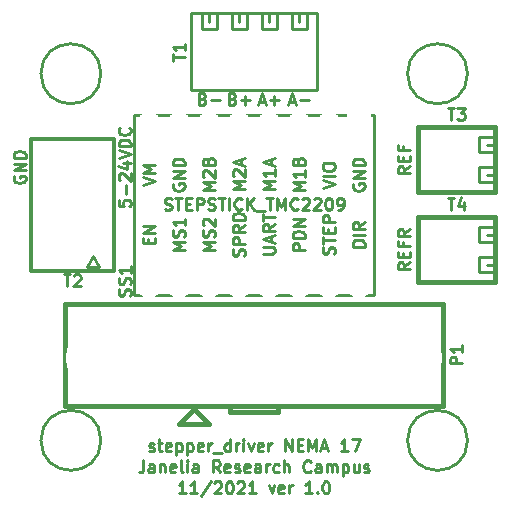
<source format=gto>
%TF.GenerationSoftware,KiCad,Pcbnew,5.1.10*%
%TF.CreationDate,2021-11-03T15:01:02-04:00*%
%TF.ProjectId,stepper_driver,73746570-7065-4725-9f64-72697665722e,1.0*%
%TF.SameCoordinates,Original*%
%TF.FileFunction,Legend,Top*%
%TF.FilePolarity,Positive*%
%FSLAX46Y46*%
G04 Gerber Fmt 4.6, Leading zero omitted, Abs format (unit mm)*
G04 Created by KiCad (PCBNEW 5.1.10) date 2021-11-03 15:01:02*
%MOMM*%
%LPD*%
G01*
G04 APERTURE LIST*
%ADD10C,0.254000*%
%ADD11C,0.279400*%
%ADD12C,0.250000*%
%ADD13C,0.381000*%
%ADD14C,0.228600*%
%ADD15C,0.300000*%
%ADD16O,2.000000X2.540000*%
%ADD17R,2.000000X2.540000*%
%ADD18O,2.540000X1.905000*%
%ADD19R,2.540000X1.905000*%
%ADD20C,3.810000*%
%ADD21O,1.524000X2.032000*%
%ADD22R,1.524000X2.032000*%
%ADD23C,1.000000*%
%ADD24C,3.556000*%
%ADD25O,2.032000X3.048000*%
%ADD26R,2.032000X3.048000*%
%ADD27O,2.500000X3.500000*%
%ADD28R,2.500000X3.500000*%
G04 APERTURE END LIST*
D10*
X130797904Y-105313238D02*
X130894666Y-105361619D01*
X131088190Y-105361619D01*
X131184952Y-105313238D01*
X131233333Y-105216476D01*
X131233333Y-105168095D01*
X131184952Y-105071333D01*
X131088190Y-105022952D01*
X130943047Y-105022952D01*
X130846285Y-104974571D01*
X130797904Y-104877809D01*
X130797904Y-104829428D01*
X130846285Y-104732666D01*
X130943047Y-104684285D01*
X131088190Y-104684285D01*
X131184952Y-104732666D01*
X131523619Y-104684285D02*
X131910666Y-104684285D01*
X131668761Y-104345619D02*
X131668761Y-105216476D01*
X131717142Y-105313238D01*
X131813904Y-105361619D01*
X131910666Y-105361619D01*
X132636380Y-105313238D02*
X132539619Y-105361619D01*
X132346095Y-105361619D01*
X132249333Y-105313238D01*
X132200952Y-105216476D01*
X132200952Y-104829428D01*
X132249333Y-104732666D01*
X132346095Y-104684285D01*
X132539619Y-104684285D01*
X132636380Y-104732666D01*
X132684761Y-104829428D01*
X132684761Y-104926190D01*
X132200952Y-105022952D01*
X133120190Y-104684285D02*
X133120190Y-105700285D01*
X133120190Y-104732666D02*
X133216952Y-104684285D01*
X133410476Y-104684285D01*
X133507238Y-104732666D01*
X133555619Y-104781047D01*
X133604000Y-104877809D01*
X133604000Y-105168095D01*
X133555619Y-105264857D01*
X133507238Y-105313238D01*
X133410476Y-105361619D01*
X133216952Y-105361619D01*
X133120190Y-105313238D01*
X134039428Y-104684285D02*
X134039428Y-105700285D01*
X134039428Y-104732666D02*
X134136190Y-104684285D01*
X134329714Y-104684285D01*
X134426476Y-104732666D01*
X134474857Y-104781047D01*
X134523238Y-104877809D01*
X134523238Y-105168095D01*
X134474857Y-105264857D01*
X134426476Y-105313238D01*
X134329714Y-105361619D01*
X134136190Y-105361619D01*
X134039428Y-105313238D01*
X135345714Y-105313238D02*
X135248952Y-105361619D01*
X135055428Y-105361619D01*
X134958666Y-105313238D01*
X134910285Y-105216476D01*
X134910285Y-104829428D01*
X134958666Y-104732666D01*
X135055428Y-104684285D01*
X135248952Y-104684285D01*
X135345714Y-104732666D01*
X135394095Y-104829428D01*
X135394095Y-104926190D01*
X134910285Y-105022952D01*
X135829523Y-105361619D02*
X135829523Y-104684285D01*
X135829523Y-104877809D02*
X135877904Y-104781047D01*
X135926285Y-104732666D01*
X136023047Y-104684285D01*
X136119809Y-104684285D01*
X136216571Y-105458380D02*
X136990666Y-105458380D01*
X137668000Y-105361619D02*
X137668000Y-104345619D01*
X137668000Y-105313238D02*
X137571238Y-105361619D01*
X137377714Y-105361619D01*
X137280952Y-105313238D01*
X137232571Y-105264857D01*
X137184190Y-105168095D01*
X137184190Y-104877809D01*
X137232571Y-104781047D01*
X137280952Y-104732666D01*
X137377714Y-104684285D01*
X137571238Y-104684285D01*
X137668000Y-104732666D01*
X138151809Y-105361619D02*
X138151809Y-104684285D01*
X138151809Y-104877809D02*
X138200190Y-104781047D01*
X138248571Y-104732666D01*
X138345333Y-104684285D01*
X138442095Y-104684285D01*
X138780761Y-105361619D02*
X138780761Y-104684285D01*
X138780761Y-104345619D02*
X138732380Y-104394000D01*
X138780761Y-104442380D01*
X138829142Y-104394000D01*
X138780761Y-104345619D01*
X138780761Y-104442380D01*
X139167809Y-104684285D02*
X139409714Y-105361619D01*
X139651619Y-104684285D01*
X140425714Y-105313238D02*
X140328952Y-105361619D01*
X140135428Y-105361619D01*
X140038666Y-105313238D01*
X139990285Y-105216476D01*
X139990285Y-104829428D01*
X140038666Y-104732666D01*
X140135428Y-104684285D01*
X140328952Y-104684285D01*
X140425714Y-104732666D01*
X140474095Y-104829428D01*
X140474095Y-104926190D01*
X139990285Y-105022952D01*
X140909523Y-105361619D02*
X140909523Y-104684285D01*
X140909523Y-104877809D02*
X140957904Y-104781047D01*
X141006285Y-104732666D01*
X141103047Y-104684285D01*
X141199809Y-104684285D01*
X142312571Y-105361619D02*
X142312571Y-104345619D01*
X142893142Y-105361619D01*
X142893142Y-104345619D01*
X143376952Y-104829428D02*
X143715619Y-104829428D01*
X143860761Y-105361619D02*
X143376952Y-105361619D01*
X143376952Y-104345619D01*
X143860761Y-104345619D01*
X144296190Y-105361619D02*
X144296190Y-104345619D01*
X144634857Y-105071333D01*
X144973523Y-104345619D01*
X144973523Y-105361619D01*
X145408952Y-105071333D02*
X145892761Y-105071333D01*
X145312190Y-105361619D02*
X145650857Y-104345619D01*
X145989523Y-105361619D01*
X147634476Y-105361619D02*
X147053904Y-105361619D01*
X147344190Y-105361619D02*
X147344190Y-104345619D01*
X147247428Y-104490761D01*
X147150666Y-104587523D01*
X147053904Y-104635904D01*
X147973142Y-104345619D02*
X148650476Y-104345619D01*
X148215047Y-105361619D01*
X130314095Y-106123619D02*
X130314095Y-106849333D01*
X130265714Y-106994476D01*
X130168952Y-107091238D01*
X130023809Y-107139619D01*
X129927047Y-107139619D01*
X131233333Y-107139619D02*
X131233333Y-106607428D01*
X131184952Y-106510666D01*
X131088190Y-106462285D01*
X130894666Y-106462285D01*
X130797904Y-106510666D01*
X131233333Y-107091238D02*
X131136571Y-107139619D01*
X130894666Y-107139619D01*
X130797904Y-107091238D01*
X130749523Y-106994476D01*
X130749523Y-106897714D01*
X130797904Y-106800952D01*
X130894666Y-106752571D01*
X131136571Y-106752571D01*
X131233333Y-106704190D01*
X131717142Y-106462285D02*
X131717142Y-107139619D01*
X131717142Y-106559047D02*
X131765523Y-106510666D01*
X131862285Y-106462285D01*
X132007428Y-106462285D01*
X132104190Y-106510666D01*
X132152571Y-106607428D01*
X132152571Y-107139619D01*
X133023428Y-107091238D02*
X132926666Y-107139619D01*
X132733142Y-107139619D01*
X132636380Y-107091238D01*
X132588000Y-106994476D01*
X132588000Y-106607428D01*
X132636380Y-106510666D01*
X132733142Y-106462285D01*
X132926666Y-106462285D01*
X133023428Y-106510666D01*
X133071809Y-106607428D01*
X133071809Y-106704190D01*
X132588000Y-106800952D01*
X133652380Y-107139619D02*
X133555619Y-107091238D01*
X133507238Y-106994476D01*
X133507238Y-106123619D01*
X134039428Y-107139619D02*
X134039428Y-106462285D01*
X134039428Y-106123619D02*
X133991047Y-106172000D01*
X134039428Y-106220380D01*
X134087809Y-106172000D01*
X134039428Y-106123619D01*
X134039428Y-106220380D01*
X134958666Y-107139619D02*
X134958666Y-106607428D01*
X134910285Y-106510666D01*
X134813523Y-106462285D01*
X134620000Y-106462285D01*
X134523238Y-106510666D01*
X134958666Y-107091238D02*
X134861904Y-107139619D01*
X134620000Y-107139619D01*
X134523238Y-107091238D01*
X134474857Y-106994476D01*
X134474857Y-106897714D01*
X134523238Y-106800952D01*
X134620000Y-106752571D01*
X134861904Y-106752571D01*
X134958666Y-106704190D01*
X136797142Y-107139619D02*
X136458476Y-106655809D01*
X136216571Y-107139619D02*
X136216571Y-106123619D01*
X136603619Y-106123619D01*
X136700380Y-106172000D01*
X136748761Y-106220380D01*
X136797142Y-106317142D01*
X136797142Y-106462285D01*
X136748761Y-106559047D01*
X136700380Y-106607428D01*
X136603619Y-106655809D01*
X136216571Y-106655809D01*
X137619619Y-107091238D02*
X137522857Y-107139619D01*
X137329333Y-107139619D01*
X137232571Y-107091238D01*
X137184190Y-106994476D01*
X137184190Y-106607428D01*
X137232571Y-106510666D01*
X137329333Y-106462285D01*
X137522857Y-106462285D01*
X137619619Y-106510666D01*
X137668000Y-106607428D01*
X137668000Y-106704190D01*
X137184190Y-106800952D01*
X138055047Y-107091238D02*
X138151809Y-107139619D01*
X138345333Y-107139619D01*
X138442095Y-107091238D01*
X138490476Y-106994476D01*
X138490476Y-106946095D01*
X138442095Y-106849333D01*
X138345333Y-106800952D01*
X138200190Y-106800952D01*
X138103428Y-106752571D01*
X138055047Y-106655809D01*
X138055047Y-106607428D01*
X138103428Y-106510666D01*
X138200190Y-106462285D01*
X138345333Y-106462285D01*
X138442095Y-106510666D01*
X139312952Y-107091238D02*
X139216190Y-107139619D01*
X139022666Y-107139619D01*
X138925904Y-107091238D01*
X138877523Y-106994476D01*
X138877523Y-106607428D01*
X138925904Y-106510666D01*
X139022666Y-106462285D01*
X139216190Y-106462285D01*
X139312952Y-106510666D01*
X139361333Y-106607428D01*
X139361333Y-106704190D01*
X138877523Y-106800952D01*
X140232190Y-107139619D02*
X140232190Y-106607428D01*
X140183809Y-106510666D01*
X140087047Y-106462285D01*
X139893523Y-106462285D01*
X139796761Y-106510666D01*
X140232190Y-107091238D02*
X140135428Y-107139619D01*
X139893523Y-107139619D01*
X139796761Y-107091238D01*
X139748380Y-106994476D01*
X139748380Y-106897714D01*
X139796761Y-106800952D01*
X139893523Y-106752571D01*
X140135428Y-106752571D01*
X140232190Y-106704190D01*
X140716000Y-107139619D02*
X140716000Y-106462285D01*
X140716000Y-106655809D02*
X140764380Y-106559047D01*
X140812761Y-106510666D01*
X140909523Y-106462285D01*
X141006285Y-106462285D01*
X141780380Y-107091238D02*
X141683619Y-107139619D01*
X141490095Y-107139619D01*
X141393333Y-107091238D01*
X141344952Y-107042857D01*
X141296571Y-106946095D01*
X141296571Y-106655809D01*
X141344952Y-106559047D01*
X141393333Y-106510666D01*
X141490095Y-106462285D01*
X141683619Y-106462285D01*
X141780380Y-106510666D01*
X142215809Y-107139619D02*
X142215809Y-106123619D01*
X142651238Y-107139619D02*
X142651238Y-106607428D01*
X142602857Y-106510666D01*
X142506095Y-106462285D01*
X142360952Y-106462285D01*
X142264190Y-106510666D01*
X142215809Y-106559047D01*
X144489714Y-107042857D02*
X144441333Y-107091238D01*
X144296190Y-107139619D01*
X144199428Y-107139619D01*
X144054285Y-107091238D01*
X143957523Y-106994476D01*
X143909142Y-106897714D01*
X143860761Y-106704190D01*
X143860761Y-106559047D01*
X143909142Y-106365523D01*
X143957523Y-106268761D01*
X144054285Y-106172000D01*
X144199428Y-106123619D01*
X144296190Y-106123619D01*
X144441333Y-106172000D01*
X144489714Y-106220380D01*
X145360571Y-107139619D02*
X145360571Y-106607428D01*
X145312190Y-106510666D01*
X145215428Y-106462285D01*
X145021904Y-106462285D01*
X144925142Y-106510666D01*
X145360571Y-107091238D02*
X145263809Y-107139619D01*
X145021904Y-107139619D01*
X144925142Y-107091238D01*
X144876761Y-106994476D01*
X144876761Y-106897714D01*
X144925142Y-106800952D01*
X145021904Y-106752571D01*
X145263809Y-106752571D01*
X145360571Y-106704190D01*
X145844380Y-107139619D02*
X145844380Y-106462285D01*
X145844380Y-106559047D02*
X145892761Y-106510666D01*
X145989523Y-106462285D01*
X146134666Y-106462285D01*
X146231428Y-106510666D01*
X146279809Y-106607428D01*
X146279809Y-107139619D01*
X146279809Y-106607428D02*
X146328190Y-106510666D01*
X146424952Y-106462285D01*
X146570095Y-106462285D01*
X146666857Y-106510666D01*
X146715238Y-106607428D01*
X146715238Y-107139619D01*
X147199047Y-106462285D02*
X147199047Y-107478285D01*
X147199047Y-106510666D02*
X147295809Y-106462285D01*
X147489333Y-106462285D01*
X147586095Y-106510666D01*
X147634476Y-106559047D01*
X147682857Y-106655809D01*
X147682857Y-106946095D01*
X147634476Y-107042857D01*
X147586095Y-107091238D01*
X147489333Y-107139619D01*
X147295809Y-107139619D01*
X147199047Y-107091238D01*
X148553714Y-106462285D02*
X148553714Y-107139619D01*
X148118285Y-106462285D02*
X148118285Y-106994476D01*
X148166666Y-107091238D01*
X148263428Y-107139619D01*
X148408571Y-107139619D01*
X148505333Y-107091238D01*
X148553714Y-107042857D01*
X148989142Y-107091238D02*
X149085904Y-107139619D01*
X149279428Y-107139619D01*
X149376190Y-107091238D01*
X149424571Y-106994476D01*
X149424571Y-106946095D01*
X149376190Y-106849333D01*
X149279428Y-106800952D01*
X149134285Y-106800952D01*
X149037523Y-106752571D01*
X148989142Y-106655809D01*
X148989142Y-106607428D01*
X149037523Y-106510666D01*
X149134285Y-106462285D01*
X149279428Y-106462285D01*
X149376190Y-106510666D01*
X133918476Y-108917619D02*
X133337904Y-108917619D01*
X133628190Y-108917619D02*
X133628190Y-107901619D01*
X133531428Y-108046761D01*
X133434666Y-108143523D01*
X133337904Y-108191904D01*
X134886095Y-108917619D02*
X134305523Y-108917619D01*
X134595809Y-108917619D02*
X134595809Y-107901619D01*
X134499047Y-108046761D01*
X134402285Y-108143523D01*
X134305523Y-108191904D01*
X136047238Y-107853238D02*
X135176380Y-109159523D01*
X136337523Y-107998380D02*
X136385904Y-107950000D01*
X136482666Y-107901619D01*
X136724571Y-107901619D01*
X136821333Y-107950000D01*
X136869714Y-107998380D01*
X136918095Y-108095142D01*
X136918095Y-108191904D01*
X136869714Y-108337047D01*
X136289142Y-108917619D01*
X136918095Y-108917619D01*
X137547047Y-107901619D02*
X137643809Y-107901619D01*
X137740571Y-107950000D01*
X137788952Y-107998380D01*
X137837333Y-108095142D01*
X137885714Y-108288666D01*
X137885714Y-108530571D01*
X137837333Y-108724095D01*
X137788952Y-108820857D01*
X137740571Y-108869238D01*
X137643809Y-108917619D01*
X137547047Y-108917619D01*
X137450285Y-108869238D01*
X137401904Y-108820857D01*
X137353523Y-108724095D01*
X137305142Y-108530571D01*
X137305142Y-108288666D01*
X137353523Y-108095142D01*
X137401904Y-107998380D01*
X137450285Y-107950000D01*
X137547047Y-107901619D01*
X138272761Y-107998380D02*
X138321142Y-107950000D01*
X138417904Y-107901619D01*
X138659809Y-107901619D01*
X138756571Y-107950000D01*
X138804952Y-107998380D01*
X138853333Y-108095142D01*
X138853333Y-108191904D01*
X138804952Y-108337047D01*
X138224380Y-108917619D01*
X138853333Y-108917619D01*
X139820952Y-108917619D02*
X139240380Y-108917619D01*
X139530666Y-108917619D02*
X139530666Y-107901619D01*
X139433904Y-108046761D01*
X139337142Y-108143523D01*
X139240380Y-108191904D01*
X140933714Y-108240285D02*
X141175619Y-108917619D01*
X141417523Y-108240285D01*
X142191619Y-108869238D02*
X142094857Y-108917619D01*
X141901333Y-108917619D01*
X141804571Y-108869238D01*
X141756190Y-108772476D01*
X141756190Y-108385428D01*
X141804571Y-108288666D01*
X141901333Y-108240285D01*
X142094857Y-108240285D01*
X142191619Y-108288666D01*
X142240000Y-108385428D01*
X142240000Y-108482190D01*
X141756190Y-108578952D01*
X142675428Y-108917619D02*
X142675428Y-108240285D01*
X142675428Y-108433809D02*
X142723809Y-108337047D01*
X142772190Y-108288666D01*
X142868952Y-108240285D01*
X142965714Y-108240285D01*
X144610666Y-108917619D02*
X144030095Y-108917619D01*
X144320380Y-108917619D02*
X144320380Y-107901619D01*
X144223619Y-108046761D01*
X144126857Y-108143523D01*
X144030095Y-108191904D01*
X145046095Y-108820857D02*
X145094476Y-108869238D01*
X145046095Y-108917619D01*
X144997714Y-108869238D01*
X145046095Y-108820857D01*
X145046095Y-108917619D01*
X145723428Y-107901619D02*
X145820190Y-107901619D01*
X145916952Y-107950000D01*
X145965333Y-107998380D01*
X146013714Y-108095142D01*
X146062095Y-108288666D01*
X146062095Y-108530571D01*
X146013714Y-108724095D01*
X145965333Y-108820857D01*
X145916952Y-108869238D01*
X145820190Y-108917619D01*
X145723428Y-108917619D01*
X145626666Y-108869238D01*
X145578285Y-108820857D01*
X145529904Y-108724095D01*
X145481523Y-108530571D01*
X145481523Y-108288666D01*
X145529904Y-108095142D01*
X145578285Y-107998380D01*
X145626666Y-107950000D01*
X145723428Y-107901619D01*
X152859619Y-89353571D02*
X152375809Y-89692238D01*
X152859619Y-89934142D02*
X151843619Y-89934142D01*
X151843619Y-89547095D01*
X151892000Y-89450333D01*
X151940380Y-89401952D01*
X152037142Y-89353571D01*
X152182285Y-89353571D01*
X152279047Y-89401952D01*
X152327428Y-89450333D01*
X152375809Y-89547095D01*
X152375809Y-89934142D01*
X152327428Y-88918142D02*
X152327428Y-88579476D01*
X152859619Y-88434333D02*
X152859619Y-88918142D01*
X151843619Y-88918142D01*
X151843619Y-88434333D01*
X152327428Y-87660238D02*
X152327428Y-87998904D01*
X152859619Y-87998904D02*
X151843619Y-87998904D01*
X151843619Y-87515095D01*
X152859619Y-86547476D02*
X152375809Y-86886142D01*
X152859619Y-87128047D02*
X151843619Y-87128047D01*
X151843619Y-86741000D01*
X151892000Y-86644238D01*
X151940380Y-86595857D01*
X152037142Y-86547476D01*
X152182285Y-86547476D01*
X152279047Y-86595857D01*
X152327428Y-86644238D01*
X152375809Y-86741000D01*
X152375809Y-87128047D01*
X152859619Y-81225571D02*
X152375809Y-81564238D01*
X152859619Y-81806142D02*
X151843619Y-81806142D01*
X151843619Y-81419095D01*
X151892000Y-81322333D01*
X151940380Y-81273952D01*
X152037142Y-81225571D01*
X152182285Y-81225571D01*
X152279047Y-81273952D01*
X152327428Y-81322333D01*
X152375809Y-81419095D01*
X152375809Y-81806142D01*
X152327428Y-80790142D02*
X152327428Y-80451476D01*
X152859619Y-80306333D02*
X152859619Y-80790142D01*
X151843619Y-80790142D01*
X151843619Y-80306333D01*
X152327428Y-79532238D02*
X152327428Y-79870904D01*
X152859619Y-79870904D02*
X151843619Y-79870904D01*
X151843619Y-79387095D01*
X119380000Y-82054095D02*
X119331619Y-82150857D01*
X119331619Y-82296000D01*
X119380000Y-82441142D01*
X119476761Y-82537904D01*
X119573523Y-82586285D01*
X119767047Y-82634666D01*
X119912190Y-82634666D01*
X120105714Y-82586285D01*
X120202476Y-82537904D01*
X120299238Y-82441142D01*
X120347619Y-82296000D01*
X120347619Y-82199238D01*
X120299238Y-82054095D01*
X120250857Y-82005714D01*
X119912190Y-82005714D01*
X119912190Y-82199238D01*
X120347619Y-81570285D02*
X119331619Y-81570285D01*
X120347619Y-80989714D01*
X119331619Y-80989714D01*
X120347619Y-80505904D02*
X119331619Y-80505904D01*
X119331619Y-80264000D01*
X119380000Y-80118857D01*
X119476761Y-80022095D01*
X119573523Y-79973714D01*
X119767047Y-79925333D01*
X119912190Y-79925333D01*
X120105714Y-79973714D01*
X120202476Y-80022095D01*
X120299238Y-80118857D01*
X120347619Y-80264000D01*
X120347619Y-80505904D01*
X128221619Y-84086095D02*
X128221619Y-84569904D01*
X128705428Y-84618285D01*
X128657047Y-84569904D01*
X128608666Y-84473142D01*
X128608666Y-84231238D01*
X128657047Y-84134476D01*
X128705428Y-84086095D01*
X128802190Y-84037714D01*
X129044095Y-84037714D01*
X129140857Y-84086095D01*
X129189238Y-84134476D01*
X129237619Y-84231238D01*
X129237619Y-84473142D01*
X129189238Y-84569904D01*
X129140857Y-84618285D01*
X128850571Y-83602285D02*
X128850571Y-82828190D01*
X128318380Y-82392761D02*
X128270000Y-82344380D01*
X128221619Y-82247619D01*
X128221619Y-82005714D01*
X128270000Y-81908952D01*
X128318380Y-81860571D01*
X128415142Y-81812190D01*
X128511904Y-81812190D01*
X128657047Y-81860571D01*
X129237619Y-82441142D01*
X129237619Y-81812190D01*
X128560285Y-80941333D02*
X129237619Y-80941333D01*
X128173238Y-81183238D02*
X128898952Y-81425142D01*
X128898952Y-80796190D01*
X128221619Y-80554285D02*
X129237619Y-80215619D01*
X128221619Y-79876952D01*
X129237619Y-79538285D02*
X128221619Y-79538285D01*
X128221619Y-79296380D01*
X128270000Y-79151238D01*
X128366761Y-79054476D01*
X128463523Y-79006095D01*
X128657047Y-78957714D01*
X128802190Y-78957714D01*
X128995714Y-79006095D01*
X129092476Y-79054476D01*
X129189238Y-79151238D01*
X129237619Y-79296380D01*
X129237619Y-79538285D01*
X129140857Y-77941714D02*
X129189238Y-77990095D01*
X129237619Y-78135238D01*
X129237619Y-78232000D01*
X129189238Y-78377142D01*
X129092476Y-78473904D01*
X128995714Y-78522285D01*
X128802190Y-78570666D01*
X128657047Y-78570666D01*
X128463523Y-78522285D01*
X128366761Y-78473904D01*
X128270000Y-78377142D01*
X128221619Y-78232000D01*
X128221619Y-78135238D01*
X128270000Y-77990095D01*
X128318380Y-77941714D01*
X135333619Y-75492428D02*
X135478761Y-75540809D01*
X135527142Y-75589190D01*
X135575523Y-75685952D01*
X135575523Y-75831095D01*
X135527142Y-75927857D01*
X135478761Y-75976238D01*
X135382000Y-76024619D01*
X134994952Y-76024619D01*
X134994952Y-75008619D01*
X135333619Y-75008619D01*
X135430380Y-75057000D01*
X135478761Y-75105380D01*
X135527142Y-75202142D01*
X135527142Y-75298904D01*
X135478761Y-75395666D01*
X135430380Y-75444047D01*
X135333619Y-75492428D01*
X134994952Y-75492428D01*
X136010952Y-75637571D02*
X136785047Y-75637571D01*
X137873619Y-75492428D02*
X138018761Y-75540809D01*
X138067142Y-75589190D01*
X138115523Y-75685952D01*
X138115523Y-75831095D01*
X138067142Y-75927857D01*
X138018761Y-75976238D01*
X137922000Y-76024619D01*
X137534952Y-76024619D01*
X137534952Y-75008619D01*
X137873619Y-75008619D01*
X137970380Y-75057000D01*
X138018761Y-75105380D01*
X138067142Y-75202142D01*
X138067142Y-75298904D01*
X138018761Y-75395666D01*
X137970380Y-75444047D01*
X137873619Y-75492428D01*
X137534952Y-75492428D01*
X138550952Y-75637571D02*
X139325047Y-75637571D01*
X138938000Y-76024619D02*
X138938000Y-75250523D01*
X142639142Y-75734333D02*
X143122952Y-75734333D01*
X142542380Y-76024619D02*
X142881047Y-75008619D01*
X143219714Y-76024619D01*
X143558380Y-75637571D02*
X144332476Y-75637571D01*
X140099142Y-75734333D02*
X140582952Y-75734333D01*
X140002380Y-76024619D02*
X140341047Y-75008619D01*
X140679714Y-76024619D01*
X141018380Y-75637571D02*
X141792476Y-75637571D01*
X141405428Y-76024619D02*
X141405428Y-75250523D01*
D11*
%TO.C,T1*%
X143510000Y-68961000D02*
X143510000Y-68326000D01*
X140970000Y-68961000D02*
X140970000Y-68326000D01*
X138430000Y-68961000D02*
X138430000Y-68326000D01*
X135890000Y-68961000D02*
X135890000Y-68326000D01*
X144145000Y-69596000D02*
X144145000Y-68326000D01*
X142875000Y-69596000D02*
X144145000Y-69596000D01*
X142875000Y-68326000D02*
X142875000Y-69596000D01*
X141605000Y-69596000D02*
X141605000Y-68326000D01*
X140335000Y-69596000D02*
X141605000Y-69596000D01*
X140335000Y-68326000D02*
X140335000Y-69596000D01*
X139065000Y-69596000D02*
X139065000Y-68326000D01*
X137795000Y-69596000D02*
X139065000Y-69596000D01*
X137795000Y-68326000D02*
X137795000Y-69596000D01*
X136525000Y-69596000D02*
X136525000Y-68326000D01*
X135255000Y-69596000D02*
X136525000Y-69596000D01*
X135255000Y-68326000D02*
X135255000Y-69596000D01*
D12*
X134390000Y-68251000D02*
X134390000Y-74751000D01*
X134390000Y-74751000D02*
X145010000Y-74751000D01*
X145010000Y-68251000D02*
X145010000Y-74751000D01*
X134390000Y-68251000D02*
X145010000Y-68251000D01*
D11*
%TO.C,T3*%
X159385000Y-79375000D02*
X160020000Y-79375000D01*
X159385000Y-81915000D02*
X160020000Y-81915000D01*
X158750000Y-82550000D02*
X160020000Y-82550000D01*
X158750000Y-81280000D02*
X158750000Y-82550000D01*
X160020000Y-81280000D02*
X158750000Y-81280000D01*
X158750000Y-80010000D02*
X160020000Y-80010000D01*
X158750000Y-78740000D02*
X158750000Y-80010000D01*
X160020000Y-78740000D02*
X158750000Y-78740000D01*
D13*
X160096200Y-77876400D02*
X153593800Y-77876400D01*
X153593800Y-77876400D02*
X153593800Y-83413600D01*
X160096200Y-83413600D02*
X153593800Y-83413600D01*
X160096200Y-77876400D02*
X160096200Y-83413600D01*
D11*
%TO.C,T4*%
X159385000Y-86995000D02*
X160020000Y-86995000D01*
X159385000Y-89535000D02*
X160020000Y-89535000D01*
X158750000Y-90170000D02*
X160020000Y-90170000D01*
X158750000Y-88900000D02*
X158750000Y-90170000D01*
X160020000Y-88900000D02*
X158750000Y-88900000D01*
X158750000Y-87630000D02*
X160020000Y-87630000D01*
X158750000Y-86360000D02*
X158750000Y-87630000D01*
X160020000Y-86360000D02*
X158750000Y-86360000D01*
D13*
X160096200Y-85496400D02*
X153593800Y-85496400D01*
X153593800Y-85496400D02*
X153593800Y-91033600D01*
X160096200Y-91033600D02*
X153593800Y-91033600D01*
X160096200Y-85496400D02*
X160096200Y-91033600D01*
%TO.C,P1*%
X123698000Y-101473000D02*
X155702000Y-101473000D01*
X155702000Y-101473000D02*
X155702000Y-92837000D01*
X155702000Y-92837000D02*
X123698000Y-92837000D01*
X123698000Y-101473000D02*
X123698000Y-92837000D01*
X134620000Y-101727000D02*
X133350000Y-102997000D01*
X133350000Y-102997000D02*
X135890000Y-102997000D01*
X135890000Y-102997000D02*
X134620000Y-101727000D01*
X141732000Y-101473000D02*
X141732000Y-101981000D01*
X141732000Y-101981000D02*
X137668000Y-101981000D01*
X137668000Y-101981000D02*
X137668000Y-101473000D01*
D14*
%TO.C,MH1*%
X126721000Y-73380600D02*
G75*
G03*
X126721000Y-73380600I-2540000J0D01*
G01*
%TO.C,MH2*%
X157759000Y-73380600D02*
G75*
G03*
X157759000Y-73380600I-2540000J0D01*
G01*
%TO.C,MH3*%
X157759000Y-104419000D02*
G75*
G03*
X157759000Y-104419000I-2540000J0D01*
G01*
%TO.C,MH4*%
X126721000Y-104419000D02*
G75*
G03*
X126721000Y-104419000I-2540000J0D01*
G01*
%TO.C,SS1*%
X149860000Y-92075000D02*
X149860000Y-76835000D01*
X129540000Y-92075000D02*
X149860000Y-92075000D01*
X129540000Y-76835000D02*
X129540000Y-92075000D01*
X149860000Y-76835000D02*
X129540000Y-76835000D01*
D11*
%TO.C,T2*%
X126083000Y-88780000D02*
X126583000Y-89780000D01*
X125583000Y-89780000D02*
X126083000Y-88780000D01*
X126583000Y-89780000D02*
X125583000Y-89780000D01*
D15*
X127833000Y-90080000D02*
X120833000Y-90080000D01*
X120833000Y-90080000D02*
X120833000Y-78880000D01*
X127833000Y-78880000D02*
X120833000Y-78880000D01*
X127833000Y-90080000D02*
X127833000Y-78880000D01*
%TO.C,T1*%
D10*
X132793619Y-72275095D02*
X132793619Y-71694523D01*
X133809619Y-71984809D02*
X132793619Y-71984809D01*
X133809619Y-70823666D02*
X133809619Y-71404238D01*
X133809619Y-71113952D02*
X132793619Y-71113952D01*
X132938761Y-71210714D01*
X133035523Y-71307476D01*
X133083904Y-71404238D01*
%TO.C,T3*%
X156070904Y-76278619D02*
X156651476Y-76278619D01*
X156361190Y-77294619D02*
X156361190Y-76278619D01*
X156893380Y-76278619D02*
X157522333Y-76278619D01*
X157183666Y-76665666D01*
X157328809Y-76665666D01*
X157425571Y-76714047D01*
X157473952Y-76762428D01*
X157522333Y-76859190D01*
X157522333Y-77101095D01*
X157473952Y-77197857D01*
X157425571Y-77246238D01*
X157328809Y-77294619D01*
X157038523Y-77294619D01*
X156941761Y-77246238D01*
X156893380Y-77197857D01*
%TO.C,T4*%
X156070904Y-83898619D02*
X156651476Y-83898619D01*
X156361190Y-84914619D02*
X156361190Y-83898619D01*
X157425571Y-84237285D02*
X157425571Y-84914619D01*
X157183666Y-83850238D02*
X156941761Y-84575952D01*
X157570714Y-84575952D01*
%TO.C,P1*%
X157304619Y-97904904D02*
X156288619Y-97904904D01*
X156288619Y-97517857D01*
X156337000Y-97421095D01*
X156385380Y-97372714D01*
X156482142Y-97324333D01*
X156627285Y-97324333D01*
X156724047Y-97372714D01*
X156772428Y-97421095D01*
X156820809Y-97517857D01*
X156820809Y-97904904D01*
X157304619Y-96356714D02*
X157304619Y-96937285D01*
X157304619Y-96647000D02*
X156288619Y-96647000D01*
X156433761Y-96743761D01*
X156530523Y-96840523D01*
X156578904Y-96937285D01*
%TO.C,SS1*%
X129189238Y-92189904D02*
X129237619Y-92044761D01*
X129237619Y-91802857D01*
X129189238Y-91706095D01*
X129140857Y-91657714D01*
X129044095Y-91609333D01*
X128947333Y-91609333D01*
X128850571Y-91657714D01*
X128802190Y-91706095D01*
X128753809Y-91802857D01*
X128705428Y-91996380D01*
X128657047Y-92093142D01*
X128608666Y-92141523D01*
X128511904Y-92189904D01*
X128415142Y-92189904D01*
X128318380Y-92141523D01*
X128270000Y-92093142D01*
X128221619Y-91996380D01*
X128221619Y-91754476D01*
X128270000Y-91609333D01*
X129189238Y-91222285D02*
X129237619Y-91077142D01*
X129237619Y-90835238D01*
X129189238Y-90738476D01*
X129140857Y-90690095D01*
X129044095Y-90641714D01*
X128947333Y-90641714D01*
X128850571Y-90690095D01*
X128802190Y-90738476D01*
X128753809Y-90835238D01*
X128705428Y-91028761D01*
X128657047Y-91125523D01*
X128608666Y-91173904D01*
X128511904Y-91222285D01*
X128415142Y-91222285D01*
X128318380Y-91173904D01*
X128270000Y-91125523D01*
X128221619Y-91028761D01*
X128221619Y-90786857D01*
X128270000Y-90641714D01*
X129237619Y-89674095D02*
X129237619Y-90254666D01*
X129237619Y-89964380D02*
X128221619Y-89964380D01*
X128366761Y-90061142D01*
X128463523Y-90157904D01*
X128511904Y-90254666D01*
X132128380Y-84866238D02*
X132273523Y-84914619D01*
X132515428Y-84914619D01*
X132612190Y-84866238D01*
X132660571Y-84817857D01*
X132708952Y-84721095D01*
X132708952Y-84624333D01*
X132660571Y-84527571D01*
X132612190Y-84479190D01*
X132515428Y-84430809D01*
X132321904Y-84382428D01*
X132225142Y-84334047D01*
X132176761Y-84285666D01*
X132128380Y-84188904D01*
X132128380Y-84092142D01*
X132176761Y-83995380D01*
X132225142Y-83947000D01*
X132321904Y-83898619D01*
X132563809Y-83898619D01*
X132708952Y-83947000D01*
X132999238Y-83898619D02*
X133579809Y-83898619D01*
X133289523Y-84914619D02*
X133289523Y-83898619D01*
X133918476Y-84382428D02*
X134257142Y-84382428D01*
X134402285Y-84914619D02*
X133918476Y-84914619D01*
X133918476Y-83898619D01*
X134402285Y-83898619D01*
X134837714Y-84914619D02*
X134837714Y-83898619D01*
X135224761Y-83898619D01*
X135321523Y-83947000D01*
X135369904Y-83995380D01*
X135418285Y-84092142D01*
X135418285Y-84237285D01*
X135369904Y-84334047D01*
X135321523Y-84382428D01*
X135224761Y-84430809D01*
X134837714Y-84430809D01*
X135805333Y-84866238D02*
X135950476Y-84914619D01*
X136192380Y-84914619D01*
X136289142Y-84866238D01*
X136337523Y-84817857D01*
X136385904Y-84721095D01*
X136385904Y-84624333D01*
X136337523Y-84527571D01*
X136289142Y-84479190D01*
X136192380Y-84430809D01*
X135998857Y-84382428D01*
X135902095Y-84334047D01*
X135853714Y-84285666D01*
X135805333Y-84188904D01*
X135805333Y-84092142D01*
X135853714Y-83995380D01*
X135902095Y-83947000D01*
X135998857Y-83898619D01*
X136240761Y-83898619D01*
X136385904Y-83947000D01*
X136676190Y-83898619D02*
X137256761Y-83898619D01*
X136966476Y-84914619D02*
X136966476Y-83898619D01*
X137595428Y-84914619D02*
X137595428Y-83898619D01*
X138659809Y-84817857D02*
X138611428Y-84866238D01*
X138466285Y-84914619D01*
X138369523Y-84914619D01*
X138224380Y-84866238D01*
X138127619Y-84769476D01*
X138079238Y-84672714D01*
X138030857Y-84479190D01*
X138030857Y-84334047D01*
X138079238Y-84140523D01*
X138127619Y-84043761D01*
X138224380Y-83947000D01*
X138369523Y-83898619D01*
X138466285Y-83898619D01*
X138611428Y-83947000D01*
X138659809Y-83995380D01*
X139095238Y-84914619D02*
X139095238Y-83898619D01*
X139675809Y-84914619D02*
X139240380Y-84334047D01*
X139675809Y-83898619D02*
X139095238Y-84479190D01*
X139869333Y-85011380D02*
X140643428Y-85011380D01*
X140740190Y-83898619D02*
X141320761Y-83898619D01*
X141030476Y-84914619D02*
X141030476Y-83898619D01*
X141659428Y-84914619D02*
X141659428Y-83898619D01*
X141998095Y-84624333D01*
X142336761Y-83898619D01*
X142336761Y-84914619D01*
X143401142Y-84817857D02*
X143352761Y-84866238D01*
X143207619Y-84914619D01*
X143110857Y-84914619D01*
X142965714Y-84866238D01*
X142868952Y-84769476D01*
X142820571Y-84672714D01*
X142772190Y-84479190D01*
X142772190Y-84334047D01*
X142820571Y-84140523D01*
X142868952Y-84043761D01*
X142965714Y-83947000D01*
X143110857Y-83898619D01*
X143207619Y-83898619D01*
X143352761Y-83947000D01*
X143401142Y-83995380D01*
X143788190Y-83995380D02*
X143836571Y-83947000D01*
X143933333Y-83898619D01*
X144175238Y-83898619D01*
X144272000Y-83947000D01*
X144320380Y-83995380D01*
X144368761Y-84092142D01*
X144368761Y-84188904D01*
X144320380Y-84334047D01*
X143739809Y-84914619D01*
X144368761Y-84914619D01*
X144755809Y-83995380D02*
X144804190Y-83947000D01*
X144900952Y-83898619D01*
X145142857Y-83898619D01*
X145239619Y-83947000D01*
X145288000Y-83995380D01*
X145336380Y-84092142D01*
X145336380Y-84188904D01*
X145288000Y-84334047D01*
X144707428Y-84914619D01*
X145336380Y-84914619D01*
X145965333Y-83898619D02*
X146062095Y-83898619D01*
X146158857Y-83947000D01*
X146207238Y-83995380D01*
X146255619Y-84092142D01*
X146304000Y-84285666D01*
X146304000Y-84527571D01*
X146255619Y-84721095D01*
X146207238Y-84817857D01*
X146158857Y-84866238D01*
X146062095Y-84914619D01*
X145965333Y-84914619D01*
X145868571Y-84866238D01*
X145820190Y-84817857D01*
X145771809Y-84721095D01*
X145723428Y-84527571D01*
X145723428Y-84285666D01*
X145771809Y-84092142D01*
X145820190Y-83995380D01*
X145868571Y-83947000D01*
X145965333Y-83898619D01*
X146787809Y-84914619D02*
X146981333Y-84914619D01*
X147078095Y-84866238D01*
X147126476Y-84817857D01*
X147223238Y-84672714D01*
X147271619Y-84479190D01*
X147271619Y-84092142D01*
X147223238Y-83995380D01*
X147174857Y-83947000D01*
X147078095Y-83898619D01*
X146884571Y-83898619D01*
X146787809Y-83947000D01*
X146739428Y-83995380D01*
X146691047Y-84092142D01*
X146691047Y-84334047D01*
X146739428Y-84430809D01*
X146787809Y-84479190D01*
X146884571Y-84527571D01*
X147078095Y-84527571D01*
X147174857Y-84479190D01*
X147223238Y-84430809D01*
X147271619Y-84334047D01*
X148082000Y-82689095D02*
X148033619Y-82785857D01*
X148033619Y-82931000D01*
X148082000Y-83076142D01*
X148178761Y-83172904D01*
X148275523Y-83221285D01*
X148469047Y-83269666D01*
X148614190Y-83269666D01*
X148807714Y-83221285D01*
X148904476Y-83172904D01*
X149001238Y-83076142D01*
X149049619Y-82931000D01*
X149049619Y-82834238D01*
X149001238Y-82689095D01*
X148952857Y-82640714D01*
X148614190Y-82640714D01*
X148614190Y-82834238D01*
X149049619Y-82205285D02*
X148033619Y-82205285D01*
X149049619Y-81624714D01*
X148033619Y-81624714D01*
X149049619Y-81140904D02*
X148033619Y-81140904D01*
X148033619Y-80899000D01*
X148082000Y-80753857D01*
X148178761Y-80657095D01*
X148275523Y-80608714D01*
X148469047Y-80560333D01*
X148614190Y-80560333D01*
X148807714Y-80608714D01*
X148904476Y-80657095D01*
X149001238Y-80753857D01*
X149049619Y-80899000D01*
X149049619Y-81140904D01*
X145493619Y-83027761D02*
X146509619Y-82689095D01*
X145493619Y-82350428D01*
X146509619Y-82011761D02*
X145493619Y-82011761D01*
X145493619Y-81334428D02*
X145493619Y-81140904D01*
X145542000Y-81044142D01*
X145638761Y-80947380D01*
X145832285Y-80899000D01*
X146170952Y-80899000D01*
X146364476Y-80947380D01*
X146461238Y-81044142D01*
X146509619Y-81140904D01*
X146509619Y-81334428D01*
X146461238Y-81431190D01*
X146364476Y-81527952D01*
X146170952Y-81576333D01*
X145832285Y-81576333D01*
X145638761Y-81527952D01*
X145542000Y-81431190D01*
X145493619Y-81334428D01*
X143969619Y-83245476D02*
X142953619Y-83245476D01*
X143679333Y-82906809D01*
X142953619Y-82568142D01*
X143969619Y-82568142D01*
X143969619Y-81552142D02*
X143969619Y-82132714D01*
X143969619Y-81842428D02*
X142953619Y-81842428D01*
X143098761Y-81939190D01*
X143195523Y-82035952D01*
X143243904Y-82132714D01*
X143437428Y-80778047D02*
X143485809Y-80632904D01*
X143534190Y-80584523D01*
X143630952Y-80536142D01*
X143776095Y-80536142D01*
X143872857Y-80584523D01*
X143921238Y-80632904D01*
X143969619Y-80729666D01*
X143969619Y-81116714D01*
X142953619Y-81116714D01*
X142953619Y-80778047D01*
X143002000Y-80681285D01*
X143050380Y-80632904D01*
X143147142Y-80584523D01*
X143243904Y-80584523D01*
X143340666Y-80632904D01*
X143389047Y-80681285D01*
X143437428Y-80778047D01*
X143437428Y-81116714D01*
X141429619Y-83172904D02*
X140413619Y-83172904D01*
X141139333Y-82834238D01*
X140413619Y-82495571D01*
X141429619Y-82495571D01*
X141429619Y-81479571D02*
X141429619Y-82060142D01*
X141429619Y-81769857D02*
X140413619Y-81769857D01*
X140558761Y-81866619D01*
X140655523Y-81963380D01*
X140703904Y-82060142D01*
X141139333Y-81092523D02*
X141139333Y-80608714D01*
X141429619Y-81189285D02*
X140413619Y-80850619D01*
X141429619Y-80511952D01*
X138889619Y-83172904D02*
X137873619Y-83172904D01*
X138599333Y-82834238D01*
X137873619Y-82495571D01*
X138889619Y-82495571D01*
X137970380Y-82060142D02*
X137922000Y-82011761D01*
X137873619Y-81915000D01*
X137873619Y-81673095D01*
X137922000Y-81576333D01*
X137970380Y-81527952D01*
X138067142Y-81479571D01*
X138163904Y-81479571D01*
X138309047Y-81527952D01*
X138889619Y-82108523D01*
X138889619Y-81479571D01*
X138599333Y-81092523D02*
X138599333Y-80608714D01*
X138889619Y-81189285D02*
X137873619Y-80850619D01*
X138889619Y-80511952D01*
X136349619Y-83245476D02*
X135333619Y-83245476D01*
X136059333Y-82906809D01*
X135333619Y-82568142D01*
X136349619Y-82568142D01*
X135430380Y-82132714D02*
X135382000Y-82084333D01*
X135333619Y-81987571D01*
X135333619Y-81745666D01*
X135382000Y-81648904D01*
X135430380Y-81600523D01*
X135527142Y-81552142D01*
X135623904Y-81552142D01*
X135769047Y-81600523D01*
X136349619Y-82181095D01*
X136349619Y-81552142D01*
X135817428Y-80778047D02*
X135865809Y-80632904D01*
X135914190Y-80584523D01*
X136010952Y-80536142D01*
X136156095Y-80536142D01*
X136252857Y-80584523D01*
X136301238Y-80632904D01*
X136349619Y-80729666D01*
X136349619Y-81116714D01*
X135333619Y-81116714D01*
X135333619Y-80778047D01*
X135382000Y-80681285D01*
X135430380Y-80632904D01*
X135527142Y-80584523D01*
X135623904Y-80584523D01*
X135720666Y-80632904D01*
X135769047Y-80681285D01*
X135817428Y-80778047D01*
X135817428Y-81116714D01*
X132842000Y-82689095D02*
X132793619Y-82785857D01*
X132793619Y-82931000D01*
X132842000Y-83076142D01*
X132938761Y-83172904D01*
X133035523Y-83221285D01*
X133229047Y-83269666D01*
X133374190Y-83269666D01*
X133567714Y-83221285D01*
X133664476Y-83172904D01*
X133761238Y-83076142D01*
X133809619Y-82931000D01*
X133809619Y-82834238D01*
X133761238Y-82689095D01*
X133712857Y-82640714D01*
X133374190Y-82640714D01*
X133374190Y-82834238D01*
X133809619Y-82205285D02*
X132793619Y-82205285D01*
X133809619Y-81624714D01*
X132793619Y-81624714D01*
X133809619Y-81140904D02*
X132793619Y-81140904D01*
X132793619Y-80899000D01*
X132842000Y-80753857D01*
X132938761Y-80657095D01*
X133035523Y-80608714D01*
X133229047Y-80560333D01*
X133374190Y-80560333D01*
X133567714Y-80608714D01*
X133664476Y-80657095D01*
X133761238Y-80753857D01*
X133809619Y-80899000D01*
X133809619Y-81140904D01*
X130253619Y-82834238D02*
X131269619Y-82495571D01*
X130253619Y-82156904D01*
X131269619Y-81818238D02*
X130253619Y-81818238D01*
X130979333Y-81479571D01*
X130253619Y-81140904D01*
X131269619Y-81140904D01*
X130737428Y-87744904D02*
X130737428Y-87406238D01*
X131269619Y-87261095D02*
X131269619Y-87744904D01*
X130253619Y-87744904D01*
X130253619Y-87261095D01*
X131269619Y-86825666D02*
X130253619Y-86825666D01*
X131269619Y-86245095D01*
X130253619Y-86245095D01*
X133809619Y-88301285D02*
X132793619Y-88301285D01*
X133519333Y-87962619D01*
X132793619Y-87623952D01*
X133809619Y-87623952D01*
X133761238Y-87188523D02*
X133809619Y-87043380D01*
X133809619Y-86801476D01*
X133761238Y-86704714D01*
X133712857Y-86656333D01*
X133616095Y-86607952D01*
X133519333Y-86607952D01*
X133422571Y-86656333D01*
X133374190Y-86704714D01*
X133325809Y-86801476D01*
X133277428Y-86995000D01*
X133229047Y-87091761D01*
X133180666Y-87140142D01*
X133083904Y-87188523D01*
X132987142Y-87188523D01*
X132890380Y-87140142D01*
X132842000Y-87091761D01*
X132793619Y-86995000D01*
X132793619Y-86753095D01*
X132842000Y-86607952D01*
X133809619Y-85640333D02*
X133809619Y-86220904D01*
X133809619Y-85930619D02*
X132793619Y-85930619D01*
X132938761Y-86027380D01*
X133035523Y-86124142D01*
X133083904Y-86220904D01*
X136349619Y-88301285D02*
X135333619Y-88301285D01*
X136059333Y-87962619D01*
X135333619Y-87623952D01*
X136349619Y-87623952D01*
X136301238Y-87188523D02*
X136349619Y-87043380D01*
X136349619Y-86801476D01*
X136301238Y-86704714D01*
X136252857Y-86656333D01*
X136156095Y-86607952D01*
X136059333Y-86607952D01*
X135962571Y-86656333D01*
X135914190Y-86704714D01*
X135865809Y-86801476D01*
X135817428Y-86995000D01*
X135769047Y-87091761D01*
X135720666Y-87140142D01*
X135623904Y-87188523D01*
X135527142Y-87188523D01*
X135430380Y-87140142D01*
X135382000Y-87091761D01*
X135333619Y-86995000D01*
X135333619Y-86753095D01*
X135382000Y-86607952D01*
X135430380Y-86220904D02*
X135382000Y-86172523D01*
X135333619Y-86075761D01*
X135333619Y-85833857D01*
X135382000Y-85737095D01*
X135430380Y-85688714D01*
X135527142Y-85640333D01*
X135623904Y-85640333D01*
X135769047Y-85688714D01*
X136349619Y-86269285D01*
X136349619Y-85640333D01*
X138841238Y-88809285D02*
X138889619Y-88664142D01*
X138889619Y-88422238D01*
X138841238Y-88325476D01*
X138792857Y-88277095D01*
X138696095Y-88228714D01*
X138599333Y-88228714D01*
X138502571Y-88277095D01*
X138454190Y-88325476D01*
X138405809Y-88422238D01*
X138357428Y-88615761D01*
X138309047Y-88712523D01*
X138260666Y-88760904D01*
X138163904Y-88809285D01*
X138067142Y-88809285D01*
X137970380Y-88760904D01*
X137922000Y-88712523D01*
X137873619Y-88615761D01*
X137873619Y-88373857D01*
X137922000Y-88228714D01*
X138889619Y-87793285D02*
X137873619Y-87793285D01*
X137873619Y-87406238D01*
X137922000Y-87309476D01*
X137970380Y-87261095D01*
X138067142Y-87212714D01*
X138212285Y-87212714D01*
X138309047Y-87261095D01*
X138357428Y-87309476D01*
X138405809Y-87406238D01*
X138405809Y-87793285D01*
X138889619Y-86196714D02*
X138405809Y-86535380D01*
X138889619Y-86777285D02*
X137873619Y-86777285D01*
X137873619Y-86390238D01*
X137922000Y-86293476D01*
X137970380Y-86245095D01*
X138067142Y-86196714D01*
X138212285Y-86196714D01*
X138309047Y-86245095D01*
X138357428Y-86293476D01*
X138405809Y-86390238D01*
X138405809Y-86777285D01*
X138889619Y-85761285D02*
X137873619Y-85761285D01*
X137873619Y-85519380D01*
X137922000Y-85374238D01*
X138018761Y-85277476D01*
X138115523Y-85229095D01*
X138309047Y-85180714D01*
X138454190Y-85180714D01*
X138647714Y-85229095D01*
X138744476Y-85277476D01*
X138841238Y-85374238D01*
X138889619Y-85519380D01*
X138889619Y-85761285D01*
X140413619Y-88615761D02*
X141236095Y-88615761D01*
X141332857Y-88567380D01*
X141381238Y-88519000D01*
X141429619Y-88422238D01*
X141429619Y-88228714D01*
X141381238Y-88131952D01*
X141332857Y-88083571D01*
X141236095Y-88035190D01*
X140413619Y-88035190D01*
X141139333Y-87599761D02*
X141139333Y-87115952D01*
X141429619Y-87696523D02*
X140413619Y-87357857D01*
X141429619Y-87019190D01*
X141429619Y-86099952D02*
X140945809Y-86438619D01*
X141429619Y-86680523D02*
X140413619Y-86680523D01*
X140413619Y-86293476D01*
X140462000Y-86196714D01*
X140510380Y-86148333D01*
X140607142Y-86099952D01*
X140752285Y-86099952D01*
X140849047Y-86148333D01*
X140897428Y-86196714D01*
X140945809Y-86293476D01*
X140945809Y-86680523D01*
X140413619Y-85809666D02*
X140413619Y-85229095D01*
X141429619Y-85519380D02*
X140413619Y-85519380D01*
X143969619Y-88301285D02*
X142953619Y-88301285D01*
X142953619Y-87914238D01*
X143002000Y-87817476D01*
X143050380Y-87769095D01*
X143147142Y-87720714D01*
X143292285Y-87720714D01*
X143389047Y-87769095D01*
X143437428Y-87817476D01*
X143485809Y-87914238D01*
X143485809Y-88301285D01*
X143969619Y-87285285D02*
X142953619Y-87285285D01*
X142953619Y-87043380D01*
X143002000Y-86898238D01*
X143098761Y-86801476D01*
X143195523Y-86753095D01*
X143389047Y-86704714D01*
X143534190Y-86704714D01*
X143727714Y-86753095D01*
X143824476Y-86801476D01*
X143921238Y-86898238D01*
X143969619Y-87043380D01*
X143969619Y-87285285D01*
X143969619Y-86269285D02*
X142953619Y-86269285D01*
X143969619Y-85688714D01*
X142953619Y-85688714D01*
X146461238Y-88639952D02*
X146509619Y-88494809D01*
X146509619Y-88252904D01*
X146461238Y-88156142D01*
X146412857Y-88107761D01*
X146316095Y-88059380D01*
X146219333Y-88059380D01*
X146122571Y-88107761D01*
X146074190Y-88156142D01*
X146025809Y-88252904D01*
X145977428Y-88446428D01*
X145929047Y-88543190D01*
X145880666Y-88591571D01*
X145783904Y-88639952D01*
X145687142Y-88639952D01*
X145590380Y-88591571D01*
X145542000Y-88543190D01*
X145493619Y-88446428D01*
X145493619Y-88204523D01*
X145542000Y-88059380D01*
X145493619Y-87769095D02*
X145493619Y-87188523D01*
X146509619Y-87478809D02*
X145493619Y-87478809D01*
X145977428Y-86849857D02*
X145977428Y-86511190D01*
X146509619Y-86366047D02*
X146509619Y-86849857D01*
X145493619Y-86849857D01*
X145493619Y-86366047D01*
X146509619Y-85930619D02*
X145493619Y-85930619D01*
X145493619Y-85543571D01*
X145542000Y-85446809D01*
X145590380Y-85398428D01*
X145687142Y-85350047D01*
X145832285Y-85350047D01*
X145929047Y-85398428D01*
X145977428Y-85446809D01*
X146025809Y-85543571D01*
X146025809Y-85930619D01*
X149049619Y-88011000D02*
X148033619Y-88011000D01*
X148033619Y-87769095D01*
X148082000Y-87623952D01*
X148178761Y-87527190D01*
X148275523Y-87478809D01*
X148469047Y-87430428D01*
X148614190Y-87430428D01*
X148807714Y-87478809D01*
X148904476Y-87527190D01*
X149001238Y-87623952D01*
X149049619Y-87769095D01*
X149049619Y-88011000D01*
X149049619Y-86995000D02*
X148033619Y-86995000D01*
X149049619Y-85930619D02*
X148565809Y-86269285D01*
X149049619Y-86511190D02*
X148033619Y-86511190D01*
X148033619Y-86124142D01*
X148082000Y-86027380D01*
X148130380Y-85979000D01*
X148227142Y-85930619D01*
X148372285Y-85930619D01*
X148469047Y-85979000D01*
X148517428Y-86027380D01*
X148565809Y-86124142D01*
X148565809Y-86511190D01*
%TO.C,T2*%
X123558904Y-90375619D02*
X124139476Y-90375619D01*
X123849190Y-91391619D02*
X123849190Y-90375619D01*
X124429761Y-90472380D02*
X124478142Y-90424000D01*
X124574904Y-90375619D01*
X124816809Y-90375619D01*
X124913571Y-90424000D01*
X124961952Y-90472380D01*
X125010333Y-90569142D01*
X125010333Y-90665904D01*
X124961952Y-90811047D01*
X124381380Y-91391619D01*
X125010333Y-91391619D01*
%TD*%
%LPC*%
D16*
%TO.C,T1*%
X143510000Y-71501000D03*
X140970000Y-71501000D03*
X138430000Y-71501000D03*
D17*
X135890000Y-71501000D03*
%TD*%
D18*
%TO.C,T3*%
X156845000Y-81915000D03*
D19*
X156845000Y-79375000D03*
%TD*%
D18*
%TO.C,T4*%
X156845000Y-89535000D03*
D19*
X156845000Y-86995000D03*
%TD*%
D20*
%TO.C,P1*%
X153733500Y-97409000D03*
X125666500Y-97409000D03*
D21*
X144780000Y-95631000D03*
X144780000Y-98679000D03*
X142240000Y-95631000D03*
X142240000Y-98679000D03*
X139700000Y-95631000D03*
X139700000Y-98679000D03*
X137160000Y-95631000D03*
X137160000Y-98679000D03*
X134620000Y-95631000D03*
D22*
X134620000Y-98679000D03*
%TD*%
D23*
%TO.C,FID1*%
X121920000Y-71120000D03*
%TD*%
%TO.C,FID3*%
X157480000Y-106680000D03*
%TD*%
D24*
%TO.C,MH1*%
X124181000Y-73380600D03*
%TD*%
%TO.C,MH2*%
X155219000Y-73380600D03*
%TD*%
%TO.C,MH3*%
X155219000Y-104419000D03*
%TD*%
%TO.C,MH4*%
X124181000Y-104419000D03*
%TD*%
D25*
%TO.C,SS1*%
X148590000Y-90805000D03*
X146050000Y-90805000D03*
X143510000Y-90805000D03*
X140970000Y-90805000D03*
X138430000Y-90805000D03*
X135890000Y-90805000D03*
X133350000Y-90805000D03*
X130810000Y-90805000D03*
X130810000Y-78105000D03*
X133350000Y-78105000D03*
X135890000Y-78105000D03*
X138430000Y-78105000D03*
X140970000Y-78105000D03*
X143510000Y-78105000D03*
X146050000Y-78105000D03*
D26*
X148590000Y-78105000D03*
%TD*%
D27*
%TO.C,T2*%
X122583000Y-81280000D03*
D28*
X126083000Y-81280000D03*
%TD*%
M02*

</source>
